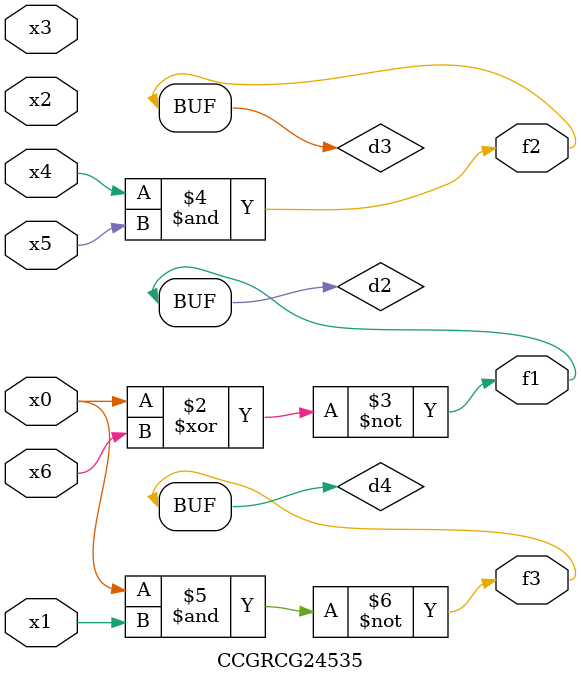
<source format=v>
module CCGRCG24535(
	input x0, x1, x2, x3, x4, x5, x6,
	output f1, f2, f3
);

	wire d1, d2, d3, d4;

	nor (d1, x0);
	xnor (d2, x0, x6);
	and (d3, x4, x5);
	nand (d4, x0, x1);
	assign f1 = d2;
	assign f2 = d3;
	assign f3 = d4;
endmodule

</source>
